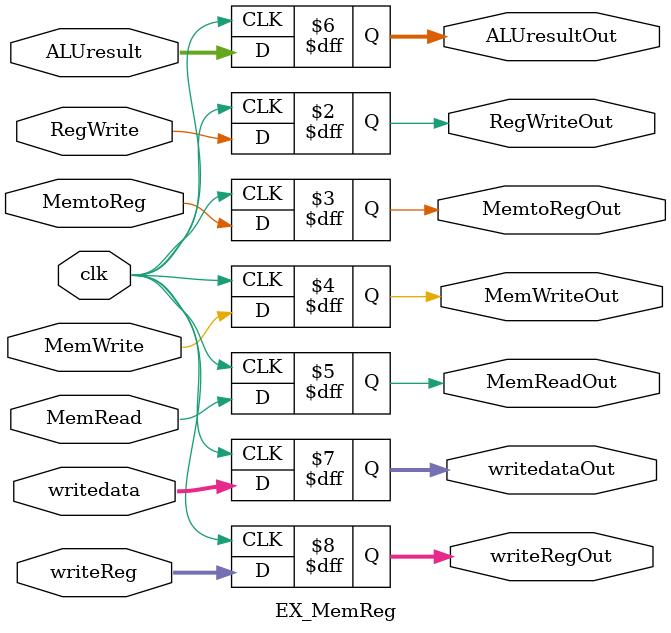
<source format=v>
module EX_MemReg (clk,RegWrite, MemtoReg,MemWrite, MemRead,ALUresult,writedata,writeReg,RegWriteOut, MemtoRegOut,MemWriteOut
			,MemReadOut,ALUresultOut,writedataOut,writeRegOut);
  
  input clk;
  input RegWrite, MemtoReg;
  input MemWrite, MemRead; 
  input [31:0] ALUresult,writedata;
  input [4:0] writeReg;
  output reg RegWriteOut, MemtoRegOut ,MemWriteOut, MemReadOut;
  output reg [31:0] ALUresultOut,writedataOut;
  output reg [4:0] writeRegOut;
  
  always@(posedge clk)
    begin
      RegWriteOut <= RegWrite;
      MemtoRegOut <= MemtoReg;
      MemWriteOut <= MemWrite;
      MemReadOut <= MemRead;
      ALUresultOut<=ALUresult;
      writedataOut<=writedata;
      writeRegOut<=writeReg;
      
    end
  
  
endmodule
</source>
